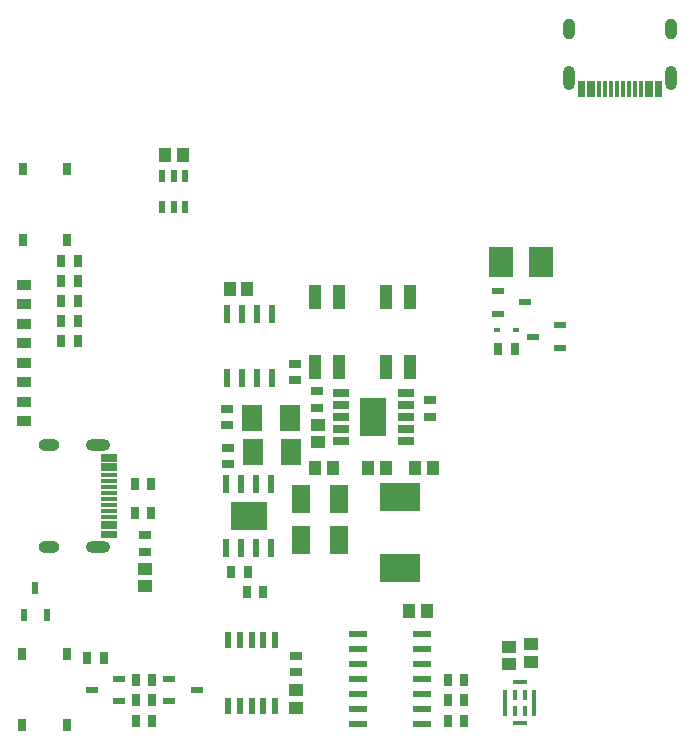
<source format=gtp>
G04 #@! TF.GenerationSoftware,KiCad,Pcbnew,9.0.6*
G04 #@! TF.CreationDate,2025-12-01T14:44:23+01:00*
G04 #@! TF.ProjectId,wled-eth.versioned,776c6564-2d65-4746-982e-76657273696f,v0.49*
G04 #@! TF.SameCoordinates,Original*
G04 #@! TF.FileFunction,Paste,Top*
G04 #@! TF.FilePolarity,Positive*
%FSLAX46Y46*%
G04 Gerber Fmt 4.6, Leading zero omitted, Abs format (unit mm)*
G04 Created by KiCad (PCBNEW 9.0.6) date 2025-12-01 14:44:23*
%MOMM*%
%LPD*%
G01*
G04 APERTURE LIST*
%ADD10R,1.200000X0.900000*%
%ADD11R,1.100000X0.750000*%
%ADD12R,1.100000X0.600000*%
%ADD13R,0.300000X1.450000*%
%ADD14O,1.000000X1.800000*%
%ADD15O,1.000000X2.100000*%
%ADD16R,2.000000X2.500000*%
%ADD17R,1.525000X0.600000*%
%ADD18R,0.750000X1.100000*%
%ADD19R,0.400000X0.950000*%
%ADD20R,0.350000X2.300000*%
%ADD21R,1.300000X0.350000*%
%ADD22R,1.450000X0.300000*%
%ADD23O,1.800000X1.000000*%
%ADD24O,2.100000X1.000000*%
%ADD25R,1.250000X1.100000*%
%ADD26R,0.500000X0.400000*%
%ADD27R,1.100000X1.250000*%
%ADD28R,0.750000X1.000000*%
%ADD29R,1.550000X2.400000*%
%ADD30R,0.600000X1.525000*%
%ADD31R,3.100000X2.410000*%
%ADD32R,1.350000X0.650000*%
%ADD33R,2.300000X3.200000*%
%ADD34R,1.000000X2.000000*%
%ADD35R,3.500000X2.350000*%
%ADD36R,0.600000X1.100000*%
%ADD37R,1.800000X2.300000*%
%ADD38R,0.600000X1.450000*%
G04 APERTURE END LIST*
D10*
G04 #@! TO.C,D3*
X5900000Y-66900000D03*
X5900000Y-68500000D03*
G04 #@! TD*
D11*
G04 #@! TO.C,R20*
X28900000Y-71700000D03*
X28900000Y-70300000D03*
G04 #@! TD*
D12*
G04 #@! TO.C,Q4*
X51300000Y-68950000D03*
X51300000Y-67050000D03*
X49000000Y-68000000D03*
G04 #@! TD*
D11*
G04 #@! TO.C,R16*
X23200000Y-77400000D03*
X23200000Y-78800000D03*
G04 #@! TD*
D13*
G04 #@! TO.C,J7*
X59800000Y-47005000D03*
X59000000Y-47005000D03*
X57650000Y-47005000D03*
X56650000Y-47005000D03*
X56150000Y-47005000D03*
X55150000Y-47005000D03*
X53800000Y-47005000D03*
X53000000Y-47005000D03*
X53300000Y-47005000D03*
X54100000Y-47005000D03*
X54650000Y-47005000D03*
X55650000Y-47005000D03*
X57150000Y-47005000D03*
X58150000Y-47005000D03*
X58700000Y-47005000D03*
X59500000Y-47005000D03*
D14*
X52080000Y-41920000D03*
D15*
X52080000Y-46090000D03*
D14*
X60720000Y-41920000D03*
D15*
X60720000Y-46090000D03*
G04 #@! TD*
D16*
G04 #@! TO.C,RV1*
X49700000Y-61700000D03*
X46300000Y-61700000D03*
G04 #@! TD*
D17*
G04 #@! TO.C,U4*
X34200000Y-93190000D03*
X34200000Y-94460000D03*
X34200000Y-95730000D03*
X34200000Y-97000000D03*
X34200000Y-98270000D03*
X34200000Y-99540000D03*
X34200000Y-100810000D03*
X39600000Y-100810000D03*
X39600000Y-99540000D03*
X39600000Y-98270000D03*
X39600000Y-97000000D03*
X39600000Y-95730000D03*
X39600000Y-94460000D03*
X39600000Y-93190000D03*
G04 #@! TD*
D18*
G04 #@! TO.C,R6*
X41800000Y-97100000D03*
X43200000Y-97100000D03*
G04 #@! TD*
D19*
G04 #@! TO.C,U5*
X47475000Y-98325000D03*
X47475000Y-99675000D03*
X48325000Y-99675000D03*
X48325000Y-98325000D03*
D20*
X46675000Y-99000000D03*
D21*
X47900000Y-97275000D03*
X47900000Y-100725000D03*
D20*
X49125000Y-99000000D03*
G04 #@! TD*
D18*
G04 #@! TO.C,R13*
X16800000Y-100500000D03*
X15400000Y-100500000D03*
G04 #@! TD*
D22*
G04 #@! TO.C,J1*
X13105000Y-78100000D03*
X13105000Y-78900000D03*
X13105000Y-80250000D03*
X13105000Y-81250000D03*
X13105000Y-81750000D03*
X13105000Y-82750000D03*
X13105000Y-84100000D03*
X13105000Y-84900000D03*
X13105000Y-84600000D03*
X13105000Y-83800000D03*
X13105000Y-83250000D03*
X13105000Y-82250000D03*
X13105000Y-80750000D03*
X13105000Y-79750000D03*
X13105000Y-79200000D03*
X13105000Y-78400000D03*
D23*
X8020000Y-85820000D03*
D24*
X12190000Y-85820000D03*
D23*
X8020000Y-77180000D03*
D24*
X12190000Y-77180000D03*
G04 #@! TD*
D18*
G04 #@! TO.C,R14*
X10500000Y-61600000D03*
X9100000Y-61600000D03*
G04 #@! TD*
D25*
G04 #@! TO.C,C8*
X48900000Y-94050000D03*
X48900000Y-95550000D03*
G04 #@! TD*
D26*
G04 #@! TO.C,D1*
X47562500Y-67450000D03*
X45962500Y-67450000D03*
G04 #@! TD*
D10*
G04 #@! TO.C,D5*
X5900000Y-73500000D03*
X5900000Y-75100000D03*
G04 #@! TD*
D27*
G04 #@! TO.C,C12*
X40550000Y-79100000D03*
X39050000Y-79100000D03*
G04 #@! TD*
D28*
G04 #@! TO.C,SW3*
X5825000Y-59800000D03*
X5825000Y-53800000D03*
X9575000Y-59800000D03*
X9575000Y-53800000D03*
G04 #@! TD*
D27*
G04 #@! TO.C,C2*
X30600000Y-79100000D03*
X32100000Y-79100000D03*
G04 #@! TD*
D29*
G04 #@! TO.C,D7*
X32600000Y-85250000D03*
X32600000Y-81750000D03*
G04 #@! TD*
D18*
G04 #@! TO.C,R12*
X16800000Y-97100000D03*
X15400000Y-97100000D03*
G04 #@! TD*
D27*
G04 #@! TO.C,C6*
X24850000Y-64000000D03*
X23350000Y-64000000D03*
G04 #@! TD*
D18*
G04 #@! TO.C,R24*
X12700000Y-95200000D03*
X11300000Y-95200000D03*
G04 #@! TD*
G04 #@! TO.C,R21*
X46100000Y-69050000D03*
X47500000Y-69050000D03*
G04 #@! TD*
D12*
G04 #@! TO.C,Q3*
X46050000Y-64150000D03*
X46050000Y-66050000D03*
X48350000Y-65100000D03*
G04 #@! TD*
D18*
G04 #@! TO.C,R1*
X15300000Y-80500000D03*
X16700000Y-80500000D03*
G04 #@! TD*
D30*
G04 #@! TO.C,U1*
X26870000Y-80500000D03*
X25600000Y-80500000D03*
X24330000Y-80500000D03*
X23060000Y-80500000D03*
X23060000Y-85900000D03*
X24330000Y-85900000D03*
X25600000Y-85900000D03*
X26870000Y-85900000D03*
D31*
X24965000Y-83200000D03*
G04 #@! TD*
D18*
G04 #@! TO.C,R17*
X24800000Y-89600000D03*
X26200000Y-89600000D03*
G04 #@! TD*
G04 #@! TO.C,R7*
X10500000Y-65000000D03*
X9100000Y-65000000D03*
G04 #@! TD*
D32*
G04 #@! TO.C,U7*
X32750000Y-72800000D03*
X32750000Y-73800000D03*
X32750000Y-74800000D03*
X32750000Y-75800000D03*
X32750000Y-76800000D03*
X38250000Y-76800000D03*
X38250000Y-75800000D03*
X38250000Y-74800000D03*
X38250000Y-73800000D03*
X38250000Y-72800000D03*
D33*
X35500000Y-74800000D03*
G04 #@! TD*
D25*
G04 #@! TO.C,C14*
X16200000Y-89150000D03*
X16200000Y-87650000D03*
G04 #@! TD*
D12*
G04 #@! TO.C,Q1*
X18250000Y-96950000D03*
X18250000Y-98850000D03*
X20550000Y-97900000D03*
G04 #@! TD*
D27*
G04 #@! TO.C,C11*
X35050000Y-79100000D03*
X36550000Y-79100000D03*
G04 #@! TD*
D18*
G04 #@! TO.C,R4*
X41800000Y-98800000D03*
X43200000Y-98800000D03*
G04 #@! TD*
D34*
G04 #@! TO.C,SW4*
X30600000Y-70600000D03*
X32600000Y-70600000D03*
X36600000Y-70600000D03*
X38600000Y-70600000D03*
X30600000Y-64600000D03*
X32600000Y-64600000D03*
X36600000Y-64600000D03*
X38600000Y-64600000D03*
G04 #@! TD*
D25*
G04 #@! TO.C,C9*
X30800000Y-76950000D03*
X30800000Y-75450000D03*
G04 #@! TD*
D18*
G04 #@! TO.C,R11*
X15400000Y-98800000D03*
X16800000Y-98800000D03*
G04 #@! TD*
D11*
G04 #@! TO.C,R3*
X23100000Y-75500000D03*
X23100000Y-74100000D03*
G04 #@! TD*
D35*
G04 #@! TO.C,L1*
X37800000Y-87625000D03*
X37800000Y-81575000D03*
G04 #@! TD*
D36*
G04 #@! TO.C,D8*
X17650000Y-57000000D03*
X18600000Y-57000000D03*
X19550000Y-57000000D03*
X19550000Y-54400000D03*
X18600000Y-54400000D03*
X17650000Y-54400000D03*
G04 #@! TD*
D10*
G04 #@! TO.C,D4*
X5900000Y-70200000D03*
X5900000Y-71800000D03*
G04 #@! TD*
D18*
G04 #@! TO.C,R18*
X24900000Y-87900000D03*
X23500000Y-87900000D03*
G04 #@! TD*
D25*
G04 #@! TO.C,C7*
X47000000Y-94250000D03*
X47000000Y-95750000D03*
G04 #@! TD*
D18*
G04 #@! TO.C,R9*
X10500000Y-68400000D03*
X9100000Y-68400000D03*
G04 #@! TD*
G04 #@! TO.C,R8*
X10500000Y-66700000D03*
X9100000Y-66700000D03*
G04 #@! TD*
G04 #@! TO.C,R2*
X15300000Y-82900000D03*
X16700000Y-82900000D03*
G04 #@! TD*
D37*
G04 #@! TO.C,C13*
X28450000Y-74850000D03*
X25250000Y-74850000D03*
G04 #@! TD*
D10*
G04 #@! TO.C,D6*
X5900000Y-63600000D03*
X5900000Y-65200000D03*
G04 #@! TD*
D36*
G04 #@! TO.C,Q5*
X5950000Y-91550000D03*
X7850000Y-91550000D03*
X6900000Y-89250000D03*
G04 #@! TD*
D27*
G04 #@! TO.C,C5*
X38550000Y-91200000D03*
X40050000Y-91200000D03*
G04 #@! TD*
D25*
G04 #@! TO.C,C3*
X29000000Y-99450000D03*
X29000000Y-97950000D03*
G04 #@! TD*
D11*
G04 #@! TO.C,R19*
X30700000Y-72600000D03*
X30700000Y-74000000D03*
G04 #@! TD*
D18*
G04 #@! TO.C,R5*
X41800000Y-100500000D03*
X43200000Y-100500000D03*
G04 #@! TD*
D37*
G04 #@! TO.C,C10*
X25300000Y-77750000D03*
X28500000Y-77750000D03*
G04 #@! TD*
D18*
G04 #@! TO.C,R10*
X10500000Y-63300000D03*
X9100000Y-63300000D03*
G04 #@! TD*
D29*
G04 #@! TO.C,D2*
X29400000Y-85250000D03*
X29400000Y-81750000D03*
G04 #@! TD*
D30*
G04 #@! TO.C,U6*
X23095000Y-71500000D03*
X24365000Y-71500000D03*
X25635000Y-71500000D03*
X26905000Y-71500000D03*
X26905000Y-66100000D03*
X25635000Y-66100000D03*
X24365000Y-66100000D03*
X23095000Y-66100000D03*
G04 #@! TD*
D12*
G04 #@! TO.C,Q2*
X13950000Y-98850000D03*
X13950000Y-96950000D03*
X11650000Y-97900000D03*
G04 #@! TD*
D28*
G04 #@! TO.C,SW1*
X5800000Y-100900000D03*
X5800000Y-94900000D03*
X9550000Y-100900000D03*
X9550000Y-94900000D03*
G04 #@! TD*
D11*
G04 #@! TO.C,R22*
X16200000Y-86200000D03*
X16200000Y-84800000D03*
G04 #@! TD*
G04 #@! TO.C,R23*
X40300000Y-73400000D03*
X40300000Y-74800000D03*
G04 #@! TD*
G04 #@! TO.C,R15*
X29000000Y-96400000D03*
X29000000Y-95000000D03*
G04 #@! TD*
D27*
G04 #@! TO.C,C15*
X17900000Y-52600000D03*
X19400000Y-52600000D03*
G04 #@! TD*
D38*
G04 #@! TO.C,U2*
X27200000Y-93700000D03*
X26200000Y-93700000D03*
X25200000Y-93700000D03*
X24200000Y-93700000D03*
X23200000Y-93700000D03*
X23200000Y-99300000D03*
X24200000Y-99300000D03*
X25200000Y-99300000D03*
X26200000Y-99300000D03*
X27200000Y-99300000D03*
G04 #@! TD*
M02*

</source>
